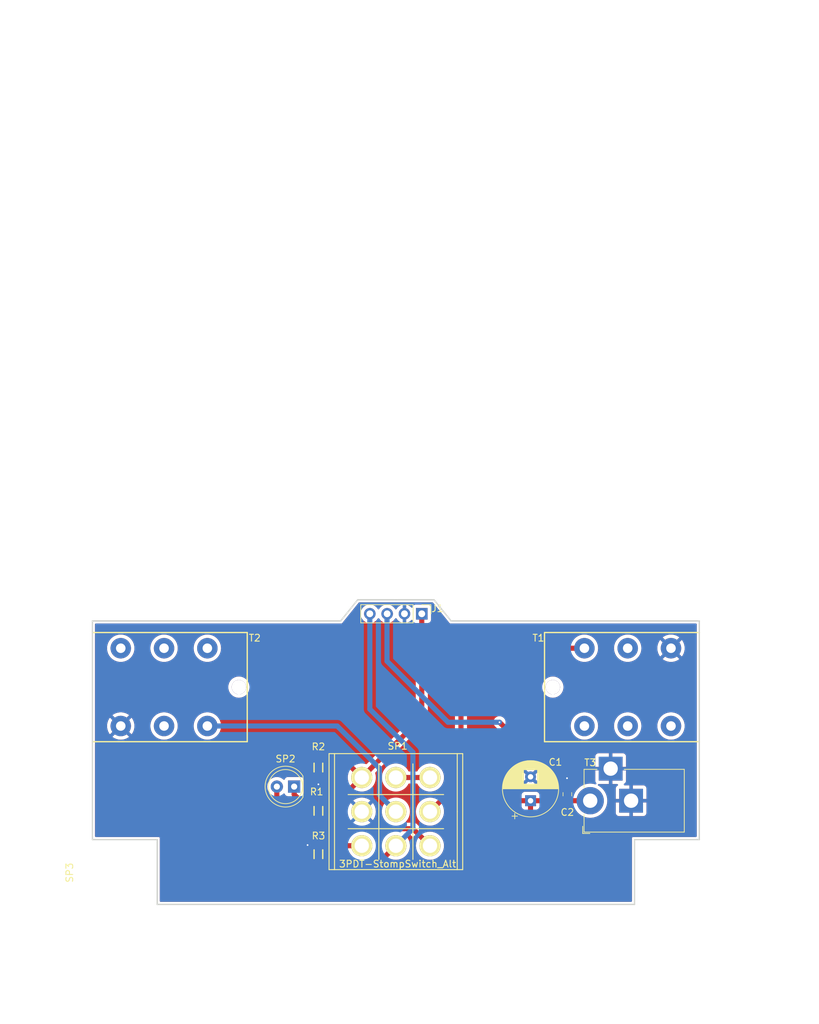
<source format=kicad_pcb>
(kicad_pcb (version 20221018) (generator pcbnew)
  (layers (0 "F.Cu" signal) (31 "B.Cu" signal) (34 "B.Paste" user) (35 "F.Paste" user) (36 "B.SilkS" user "B.Silkscreen") (37 "F.SilkS" user "F.Silkscreen") (38 "B.Mask" user) (39 "F.Mask" user) (44 "Edge.Cuts" user))
  (net 0 "")
  (net 1 "GND")
  (net 2 "+9V")
  (net 3 "Net-(R1-Pad2)")
  (net 4 "Net-(R1-Pad1)")
  (net 5 "Net-(T1-Pad5)")
  (net 6 "Net-(T1-Pad3)")
  (net 7 "Net-(T1-Pad2)")
  (net 8 "Net-(T1-Pad1)")
  (net 9 "Net-(T2-Pad5)")
  (net 10 "Net-(T2-Pad3)")
  (net 11 "Net-(T2-Pad2)")
  (net 12 "Net-(T2-Pad1)")
  (net 13 "/IN")
  (net 14 "/OUT")
  (net 15 "/Pedal_IN")
  (net 16 "/Pedal_OUT")
  (net 17 "/BYPASS")
  (footprint "AVR-KiCAD-Lib-Capacitors:C0805" (layer "F.Cu") (at 183.15 136.35 90)
    (fp_text reference "C2" (at -2.65 0 180) (layer "F.SilkS"))
    (fp_text value "CL21B104KCFNNNE" hide)
    (fp_line (start -0.254 -0.635) (end 0.254 -0.635) (stroke (width 0.1)) (layer "F.SilkS"))
    (fp_line (start -0.254 0.635) (end 0.254 0.635) (stroke (width 0.1)) (layer "F.SilkS"))
    (pad "1" smd roundrect (at -0.95 0 90) (size 1.321 1.524) (layers "F.Cu" "F.Paste" "F.Mask") (net 2 "+9V"))
    (pad "2" smd roundrect (at 0.95 0 90) (size 1.321 1.524) (layers "F.Cu" "F.Paste" "F.Mask") (net 1 "GND"))
  )
  (footprint "Connector_PinHeader_2.54mm:PinHeader_1x04_P2.54mm_Vertical" (layer "F.Cu") (at 161.8 109.9 -90)
    (fp_text reference "J1" (at -0.762 -2.286 180) (layer "F.SilkS"))
    (fp_text value "Conn_01x04_Female" hide)
    (fp_line (start -1.33 -1.33) (end 0 -1.33) (stroke (width 0.12)) (layer "F.SilkS"))
    (fp_line (start -1.33 0) (end -1.33 -1.33) (stroke (width 0.12)) (layer "F.SilkS"))
    (fp_line (start -1.33 1.27) (end -1.33 8.95) (stroke (width 0.12)) (layer "F.SilkS"))
    (fp_line (start -1.33 1.27) (end 1.33 1.27) (stroke (width 0.12)) (layer "F.SilkS"))
    (fp_line (start -1.33 8.95) (end 1.33 8.95) (stroke (width 0.12)) (layer "F.SilkS"))
    (fp_line (start 1.33 1.27) (end 1.33 8.95) (stroke (width 0.12)) (layer "F.SilkS"))
    (pad "1" thru_hole rect (at 0 0 270) (size 1.7 1.7) (drill 1) (layers "*.Cu" "*.Mask") (net 13 "/IN"))
    (pad "2" thru_hole oval (at 0 2.54 270) (size 1.7 1.7) (drill 1) (layers "*.Cu" "*.Mask") (net 1 "GND"))
    (pad "3" thru_hole oval (at 0 5.08 270) (size 1.7 1.7) (drill 1) (layers "*.Cu" "*.Mask") (net 2 "+9V"))
    (pad "4" thru_hole oval (at 0 7.62 270) (size 1.7 1.7) (drill 1) (layers "*.Cu" "*.Mask") (net 14 "/OUT"))
  )
  (footprint "AVR-KiCAD-Lib-Resistors:R1206" (layer "F.Cu") (at 146.638 138.788 90)
    (fp_text reference "R1" (at 2.794 -0.254) (layer "F.SilkS"))
    (fp_text value "RC1206FR-071KL" hide)
    (fp_line (start -0.635 -0.635) (end 0.635 -0.635) (stroke (width 0.2)) (layer "F.SilkS"))
    (fp_line (start 0.635 0.635) (end -0.635 0.635) (stroke (width 0.2)) (layer "F.SilkS"))
    (pad "1" smd roundrect (at -1.325 0 90) (size 1.1 2) (layers "F.Cu" "F.Paste" "F.Mask") (net 4 "Net-(R1-Pad1)"))
    (pad "2" smd roundrect (at 1.325 0 90) (size 1.1 2) (layers "F.Cu" "F.Paste" "F.Mask") (net 3 "Net-(R1-Pad2)"))
  )
  (footprint "AVR-KiCAD-Lib-Resistors:R1206" (layer "F.Cu") (at 146.638 132.438 -90)
    (fp_text reference "R2" (at -3.048 0 180) (layer "F.SilkS"))
    (fp_text value "RC1206FR-071ML" hide)
    (fp_line (start -0.635 -0.635) (end 0.635 -0.635) (stroke (width 0.2)) (layer "F.SilkS"))
    (fp_line (start 0.635 0.635) (end -0.635 0.635) (stroke (width 0.2)) (layer "F.SilkS"))
    (pad "1" smd roundrect (at -1.325 0 270) (size 1.1 2) (layers "F.Cu" "F.Paste" "F.Mask") (net 13 "/IN"))
    (pad "2" smd roundrect (at 1.325 0 270) (size 1.1 2) (layers "F.Cu" "F.Paste" "F.Mask") (net 1 "GND"))
  )
  (footprint "AVR-KiCAD-Lib-Resistors:R1206" (layer "F.Cu") (at 146.638 145.138 90)
    (fp_text reference "R3" (at 2.688 0.012) (layer "F.SilkS"))
    (fp_text value "RC1206FR-071ML" hide)
    (fp_line (start -0.635 -0.635) (end 0.635 -0.635) (stroke (width 0.2)) (layer "F.SilkS"))
    (fp_line (start 0.635 0.635) (end -0.635 0.635) (stroke (width 0.2)) (layer "F.SilkS"))
    (pad "1" smd roundrect (at -1.325 0 90) (size 1.1 2) (layers "F.Cu" "F.Paste" "F.Mask") (net 14 "/OUT"))
    (pad "2" smd roundrect (at 1.325 0 90) (size 1.1 2) (layers "F.Cu" "F.Paste" "F.Mask") (net 1 "GND"))
  )
  (footprint "AVR-KiCAD-Lib-Diodesl:LED_D5.0mm" (layer "F.Cu") (at 143.082 135.232 180)
    (fp_text reference "SP2" (at 1.27 4.064 180) (layer "F.SilkS"))
    (fp_text value "HLMP-4700-C0002" hide)
    (fp_line (start -1.29 -1.545) (end -1.29 1.545) (stroke (width 0.12)) (layer "F.SilkS"))
    (fp_arc (start -1.29 -1.54483) (mid 2.072002 -2.880433) (end 4.26 0.000462) (stroke (width 0.12)) (layer "F.SilkS"))
    (fp_arc (start 4.26 -0.000462) (mid 2.072002 2.880433) (end -1.29 1.54483) (stroke (width 0.12)) (layer "F.SilkS"))
    (fp_circle (center 1.27 0) (end 3.77 0) (stroke (width 0.12)) (fill none) (layer "F.SilkS"))
    (pad "1" thru_hole rect (at 0 0 180) (size 1.8 1.8) (drill 0.9) (layers "*.Cu" "*.Mask") (net 3 "Net-(R1-Pad2)"))
    (pad "2" thru_hole circle (at 2.54 0 180) (size 1.8 1.8) (drill 0.9) (layers "*.Cu" "*.Mask") (net 2 "+9V"))
  )
  (footprint "AVR-KiCAD-Lib-Connectors:ACJS-MHDR" (layer "F.Cu") (at 192 120.65)
    (fp_text reference "T1" (at -13.1 -7.2) (layer "F.SilkS"))
    (fp_text value "ACJS-MHDR")
    (fp_line (start -12.2 -8) (end 10.5 -8) (stroke (width 0.2)) (layer "F.SilkS"))
    (fp_line (start -12.2 8) (end -12.2 -8) (stroke (width 0.2)) (layer "F.SilkS"))
    (fp_line (start -12.2 8) (end 10.5 8) (stroke (width 0.2)) (layer "F.SilkS"))
    (pad "1" thru_hole circle locked (at 6.35 5.7) (size 3 3) (drill 1.4) (layers "*.Cu" "*.Mask") (net 8 "Net-(T1-Pad1)"))
    (pad "2" thru_hole circle locked (at 0 5.7) (size 3 3) (drill 1.4) (layers "*.Cu" "*.Mask") (net 7 "Net-(T1-Pad2)"))
    (pad "3" thru_hole circle locked (at -6.35 5.7) (size 3 3) (drill 1.4) (layers "*.Cu" "*.Mask") (net 6 "Net-(T1-Pad3)"))
    (pad "4" thru_hole circle locked (at 6.35 -5.7) (size 3 3) (drill 1.4) (layers "*.Cu" "*.Mask") (net 1 "GND"))
    (pad "5" thru_hole circle locked (at 0 -5.7) (size 3 3) (drill 1.4) (layers "*.Cu" "*.Mask") (net 5 "Net-(T1-Pad5)"))
    (pad "6" thru_hole circle locked (at -6.35 -5.7) (size 3 3) (drill 1.4) (layers "*.Cu" "*.Mask") (net 15 "/Pedal_IN"))
    (pad "7" thru_hole circle locked (at -10.98 0) (size 2.1 2.1) (drill 2.1) (layers "*.Cu" "*.Mask"))
  )
  (footprint "AVR-KiCAD-Lib-Connectors:ACJS-MHDR" (layer "F.Cu") (at 124 120.65 180)
    (fp_text reference "T2" (at -13.3 7.2 180) (layer "F.SilkS"))
    (fp_text value "ACJS-MHDR")
    (fp_line (start -12.2 -8) (end 10.5 -8) (stroke (width 0.2)) (layer "F.SilkS"))
    (fp_line (start -12.2 8) (end -12.2 -8) (stroke (width 0.2)) (layer "F.SilkS"))
    (fp_line (start -12.2 8) (end 10.5 8) (stroke (width 0.2)) (layer "F.SilkS"))
    (pad "1" thru_hole circle locked (at 6.35 5.7 180) (size 3 3) (drill 1.4) (layers "*.Cu" "*.Mask") (net 12 "Net-(T2-Pad1)"))
    (pad "2" thru_hole circle locked (at 0 5.7 180) (size 3 3) (drill 1.4) (layers "*.Cu" "*.Mask") (net 11 "Net-(T2-Pad2)"))
    (pad "3" thru_hole circle locked (at -6.35 5.7 180) (size 3 3) (drill 1.4) (layers "*.Cu" "*.Mask") (net 10 "Net-(T2-Pad3)"))
    (pad "4" thru_hole circle locked (at 6.35 -5.7 180) (size 3 3) (drill 1.4) (layers "*.Cu" "*.Mask") (net 1 "GND"))
    (pad "5" thru_hole circle locked (at 0 -5.7 180) (size 3 3) (drill 1.4) (layers "*.Cu" "*.Mask") (net 9 "Net-(T2-Pad5)"))
    (pad "6" thru_hole circle locked (at -6.35 -5.7 180) (size 3 3) (drill 1.4) (layers "*.Cu" "*.Mask") (net 16 "/Pedal_OUT"))
    (pad "7" thru_hole circle locked (at -10.98 0 180) (size 2.1 2.1) (drill 2.1) (layers "*.Cu" "*.Mask"))
  )
  (footprint "AVR-KiCAD-Lib-Special:Switches_Stomp_Switch_3PDT" (layer "F.Cu") (at 158 138.9)
    (fp_text reference "SP1" (at 0.254 -9.604) (layer "F.SilkS"))
    (fp_text value "3PDT-StompSwitch_Alt" (at 0.254 7.668) (layer "F.SilkS"))
    (fp_line (start -9.8 -8.5) (end -9 -8.5) (stroke (width 0.15)) (layer "F.SilkS"))
    (fp_line (start -9.8 8.5) (end -9.8 -8.5) (stroke (width 0.15)) (layer "F.SilkS"))
    (fp_line (start -9 -8.5) (end 9 -8.5) (stroke (width 0.15)) (layer "F.SilkS"))
    (fp_line (start -9 8.5) (end -9.8 8.5) (stroke (width 0.15)) (layer "F.SilkS"))
    (fp_line (start -9 8.5) (end -9 -8.5) (stroke (width 0.15)) (layer "F.SilkS"))
    (fp_line (start -9 8.5) (end 9 8.5) (stroke (width 0.15)) (layer "F.SilkS"))
    (fp_line (start -7 -2.5) (end 7 -2.5) (stroke (width 0.15)) (layer "F.SilkS"))
    (fp_line (start -2.5 -7) (end -2.5 7) (stroke (width 0.15)) (layer "F.SilkS"))
    (fp_line (start 2.5 7) (end 2.5 -7) (stroke (width 0.15)) (layer "F.SilkS"))
    (fp_line (start 7 2.5) (end -7 2.5) (stroke (width 0.15)) (layer "F.SilkS"))
    (fp_line (start 9 -8.5) (end 9 0) (stroke (width 0.15)) (layer "F.SilkS"))
    (fp_line (start 9 8.5) (end 9 0) (stroke (width 0.15)) (layer "F.SilkS"))
    (fp_line (start 9.8 -8.5) (end 9 -8.5) (stroke (width 0.15)) (layer "F.SilkS"))
    (fp_line (start 9.8 8.5) (end 9 8.5) (stroke (width 0.15)) (layer "F.SilkS"))
    (fp_line (start 9.8 8.5) (end 9.8 -8.5) (stroke (width 0.15)) (layer "F.SilkS"))
    (pad "1" thru_hole circle locked (at 5 -5) (size 3.1 3.1) (drill 2.1) (layers "*.Cu" "*.Mask" "F.SilkS") (net 17 "/BYPASS"))
    (pad "2" thru_hole circle locked (at 0 -5) (size 3.1 3.1) (drill 2.1) (layers "*.Cu" "*.Mask" "F.SilkS") (net 17 "/BYPASS"))
    (pad "3" thru_hole circle locked (at -5 -5) (size 3.1 3.1) (drill 2.1) (layers "*.Cu" "*.Mask" "F.SilkS") (net 13 "/IN"))
    (pad "4" thru_hole circle locked (at 5 0) (size 3.1 3.1) (drill 2.1) (layers "*.Cu" "*.Mask" "F.SilkS") (net 15 "/Pedal_IN"))
    (pad "5" thru_hole circle locked (at 0 0) (size 3.1 3.1) (drill 2.1) (layers "*.Cu" "*.Mask" "F.SilkS") (net 16 "/Pedal_OUT"))
    (pad "6" thru_hole circle locked (at -5 0) (size 3.1 3.1) (drill 2.1) (layers "*.Cu" "*.Mask" "F.SilkS") (net 1 "GND"))
    (pad "7" thru_hole circle locked (at 5 5) (size 3.1 3.1) (drill 2.1) (layers "*.Cu" "*.Mask" "F.SilkS") (net 13 "/IN"))
    (pad "8" thru_hole circle locked (at 0 5) (size 3.1 3.1) (drill 2.1) (layers "*.Cu" "*.Mask" "F.SilkS") (net 14 "/OUT"))
    (pad "9" thru_hole circle locked (at -5 5) (size 3.1 3.1) (drill 2.1) (layers "*.Cu" "*.Mask" "F.SilkS") (net 4 "Net-(R1-Pad1)"))
  )
  (footprint "AVR-KiCAD-Lib-Capacitors:CP_Radial_D8.0mm_P3.50mm" (layer "F.Cu") (at 177.75 137.3 90)
    (fp_text reference "C1" (at 5.65 3.65) (layer "F.SilkS"))
    (fp_text value "UFW1H101MPD" hide)
    (fp_line (start -2.659698 -2.315) (end -1.859698 -2.315) (stroke (width 0.12)) (layer "F.SilkS"))
    (fp_line (start -2.259698 -2.715) (end -2.259698 -1.915) (stroke (width 0.12)) (layer "F.SilkS"))
    (fp_line (start 1.75 -4.08) (end 1.75 4.08) (stroke (width 0.12)) (layer "F.SilkS"))
    (fp_line (start 1.79 -4.08) (end 1.79 4.08) (stroke (width 0.12)) (layer "F.SilkS"))
    (fp_line (start 1.83 -4.08) (end 1.83 4.08) (stroke (width 0.12)) (layer "F.SilkS"))
    (fp_line (start 1.87 -4.079) (end 1.87 4.079) (stroke (width 0.12)) (layer "F.SilkS"))
    (fp_line (start 1.91 -4.077) (end 1.91 4.077) (stroke (width 0.12)) (layer "F.SilkS"))
    (fp_line (start 1.95 -4.076) (end 1.95 4.076) (stroke (width 0.12)) (layer "F.SilkS"))
    (fp_line (start 1.99 -4.074) (end 1.99 4.074) (stroke (width 0.12)) (layer "F.SilkS"))
    (fp_line (start 2.03 -4.071) (end 2.03 4.071) (stroke (width 0.12)) (layer "F.SilkS"))
    (fp_line (start 2.07 -4.068) (end 2.07 4.068) (stroke (width 0.12)) (layer "F.SilkS"))
    (fp_line (start 2.11 -4.065) (end 2.11 4.065) (stroke (width 0.12)) (layer "F.SilkS"))
    (fp_line (start 2.15 -4.061) (end 2.15 4.061) (stroke (width 0.12)) (layer "F.SilkS"))
    (fp_line (start 2.19 -4.057) (end 2.19 4.057) (stroke (width 0.12)) (layer "F.SilkS"))
    (fp_line (start 2.23 -4.052) (end 2.23 4.052) (stroke (width 0.12)) (layer "F.SilkS"))
    (fp_line (start 2.27 -4.048) (end 2.27 4.048) (stroke (width 0.12)) (layer "F.SilkS"))
    (fp_line (start 2.31 -4.042) (end 2.31 4.042) (stroke (width 0.12)) (layer "F.SilkS"))
    (fp_line (start 2.35 -4.037) (end 2.35 4.037) (stroke (width 0.12)) (layer "F.SilkS"))
    (fp_line (start 2.39 -4.03) (end 2.39 4.03) (stroke (width 0.12)) (layer "F.SilkS"))
    (fp_line (start 2.43 -4.024) (end 2.43 4.024) (stroke (width 0.12)) (layer "F.SilkS"))
    (fp_line (start 2.471 -4.017) (end 2.471 -1.04) (stroke (width 0.12)) (layer "F.SilkS"))
    (fp_line (start 2.471 1.04) (end 2.471 4.017) (stroke (width 0.12)) (layer "F.SilkS"))
    (fp_line (start 2.511 -4.01) (end 2.511 -1.04) (stroke (width 0.12)) (layer "F.SilkS"))
    (fp_line (start 2.511 1.04) (end 2.511 4.01) (stroke (width 0.12)) (layer "F.SilkS"))
    (fp_line (start 2.551 -4.002) (end 2.551 -1.04) (stroke (width 0.12)) (layer "F.SilkS"))
    (fp_line (start 2.551 1.04) (end 2.551 4.002) (stroke (width 0.12)) (layer "F.SilkS"))
    (fp_line (start 2.591 -3.994) (end 2.591 -1.04) (stroke (width 0.12)) (layer "F.SilkS"))
    (fp_line (start 2.591 1.04) (end 2.591 3.994) (stroke (width 0.12)) (layer "F.SilkS"))
    (fp_line (start 2.631 -3.985) (end 2.631 -1.04) (stroke (width 0.12)) (layer "F.SilkS"))
    (fp_line (start 2.631 1.04) (end 2.631 3.985) (stroke (width 0.12)) (layer "F.SilkS"))
    (fp_line (start 2.671 -3.976) (end 2.671 -1.04) (stroke (width 0.12)) (layer "F.SilkS"))
    (fp_line (start 2.671 1.04) (end 2.671 3.976) (stroke (width 0.12)) (layer "F.SilkS"))
    (fp_line (start 2.711 -3.967) (end 2.711 -1.04) (stroke (width 0.12)) (layer "F.SilkS"))
    (fp_line (start 2.711 1.04) (end 2.711 3.967) (stroke (width 0.12)) (layer "F.SilkS"))
    (fp_line (start 2.751 -3.957) (end 2.751 -1.04) (stroke (width 0.12)) (layer "F.SilkS"))
    (fp_line (start 2.751 1.04) (end 2.751 3.957) (stroke (width 0.12)) (layer "F.SilkS"))
    (fp_line (start 2.791 -3.947) (end 2.791 -1.04) (stroke (width 0.12)) (layer "F.SilkS"))
    (fp_line (start 2.791 1.04) (end 2.791 3.947) (stroke (width 0.12)) (layer "F.SilkS"))
    (fp_line (start 2.831 -3.936) (end 2.831 -1.04) (stroke (width 0.12)) (layer "F.SilkS"))
    (fp_line (start 2.831 1.04) (end 2.831 3.936) (stroke (width 0.12)) (layer "F.SilkS"))
    (fp_line (start 2.871 -3.925) (end 2.871 -1.04) (stroke (width 0.12)) (layer "F.SilkS"))
    (fp_line (start 2.871 1.04) (end 2.871 3.925) (stroke (width 0.12)) (layer "F.SilkS"))
    (fp_line (start 2.911 -3.914) (end 2.911 -1.04) (stroke (width 0.12)) (layer "F.SilkS"))
    (fp_line (start 2.911 1.04) (end 2.911 3.914) (stroke (width 0.12)) (layer "F.SilkS"))
    (fp_line (start 2.951 -3.902) (end 2.951 -1.04) (stroke (width 0.12)) (layer "F.SilkS"))
    (fp_line (start 2.951 1.04) (end 2.951 3.902) (stroke (width 0.12)) (layer "F.SilkS"))
    (fp_line (start 2.991 -3.889) (end 2.991 -1.04) (stroke (width 0.12)) (layer "F.SilkS"))
    (fp_line (start 2.991 1.04) (end 2.991 3.889) (stroke (width 0.12)) (layer "F.SilkS"))
    (fp_line (start 3.031 -3.877) (end 3.031 -1.04) (stroke (width 0.12)) (layer "F.SilkS"))
    (fp_line (start 3.031 1.04) (end 3.031 3.877) (stroke (width 0.12)) (layer "F.SilkS"))
    (fp_line (start 3.071 -3.863) (end 3.071 -1.04) (stroke (width 0.12)) (layer "F.SilkS"))
    (fp_line (start 3.071 1.04) (end 3.071 3.863) (stroke (width 0.12)) (layer "F.SilkS"))
    (fp_line (start 3.111 -3.85) (end 3.111 -1.04) (stroke (width 0.12)) (layer "F.SilkS"))
    (fp_line (start 3.111 1.04) (end 3.111 3.85) (stroke (width 0.12)) (layer "F.SilkS"))
    (fp_line (start 3.151 -3.835) (end 3.151 -1.04) (stroke (width 0.12)) (layer "F.SilkS"))
    (fp_line (start 3.151 1.04) (end 3.151 3.835) (stroke (width 0.12)) (layer "F.SilkS"))
    (fp_line (start 3.191 -3.821) (end 3.191 -1.04) (stroke (width 0.12)) (layer "F.SilkS"))
    (fp_line (start 3.191 1.04) (end 3.191 3.821) (stroke (width 0.12)) (layer "F.SilkS"))
    (fp_line (start 3.231 -3.805) (end 3.231 -1.04) (stroke (width 0.12)) (layer "F.SilkS"))
    (fp_line (start 3.231 1.04) (end 3.231 3.805) (stroke (width 0.12)) (layer "F.SilkS"))
    (fp_line (start 3.271 -3.79) (end 3.271 -1.04) (stroke (width 0.12)) (layer "F.SilkS"))
    (fp_line (start 3.271 1.04) (end 3.271 3.79) (stroke (width 0.12)) (layer "F.SilkS"))
    (fp_line (start 3.311 -3.774) (end 3.311 -1.04) (stroke (width 0.12)) (layer "F.SilkS"))
    (fp_line (start 3.311 1.04) (end 3.311 3.774) (stroke (width 0.12)) (layer "F.SilkS"))
    (fp_line (start 3.351 -3.757) (end 3.351 -1.04) (stroke (width 0.12)) (layer "F.SilkS"))
    (fp_line (start 3.351 1.04) (end 3.351 3.757) (stroke (width 0.12)) (layer "F.SilkS"))
    (fp_line (start 3.391 -3.74) (end 3.391 -1.04) (stroke (width 0.12)) (layer "F.SilkS"))
    (fp_line (start 3.391 1.04) (end 3.391 3.74) (stroke (width 0.12)) (layer "F.SilkS"))
    (fp_line (start 3.431 -3.722) (end 3.431 -1.04) (stroke (width 0.12)) (layer "F.SilkS"))
    (fp_line (start 3.431 1.04) (end 3.431 3.722) (stroke (width 0.12)) (layer "F.SilkS"))
    (fp_line (start 3.471 -3.704) (end 3.471 -1.04) (stroke (width 0.12)) (layer "F.SilkS"))
    (fp_line (start 3.471 1.04) (end 3.471 3.704) (stroke (width 0.12)) (layer "F.SilkS"))
    (fp_line (start 3.511 -3.686) (end 3.511 -1.04) (stroke (width 0.12)) (layer "F.SilkS"))
    (fp_line (start 3.511 1.04) (end 3.511 3.686) (stroke (width 0.12)) (layer "F.SilkS"))
    (fp_line (start 3.551 -3.666) (end 3.551 -1.04) (stroke (width 0.12)) (layer "F.SilkS"))
    (fp_line (start 3.551 1.04) (end 3.551 3.666) (stroke (width 0.12)) (layer "F.SilkS"))
    (fp_line (start 3.591 -3.647) (end 3.591 -1.04) (stroke (width 0.12)) (layer "F.SilkS"))
    (fp_line (start 3.591 1.04) (end 3.591 3.647) (stroke (width 0.12)) (layer "F.SilkS"))
    (fp_line (start 3.631 -3.627) (end 3.631 -1.04) (stroke (width 0.12)) (layer "F.SilkS"))
    (fp_line (start 3.631 1.04) (end 3.631 3.627) (stroke (width 0.12)) (layer "F.SilkS"))
    (fp_line (start 3.671 -3.606) (end 3.671 -1.04) (stroke (width 0.12)) (layer "F.SilkS"))
    (fp_line (start 3.671 1.04) (end 3.671 3.606) (stroke (width 0.12)) (layer "F.SilkS"))
    (fp_line (start 3.711 -3.584) (end 3.711 -1.04) (stroke (width 0.12)) (layer "F.SilkS"))
    (fp_line (start 3.711 1.04) (end 3.711 3.584) (stroke (width 0.12)) (layer "F.SilkS"))
    (fp_line (start 3.751 -3.562) (end 3.751 -1.04) (stroke (width 0.12)) (layer "F.SilkS"))
    (fp_line (start 3.751 1.04) (end 3.751 3.562) (stroke (width 0.12)) (layer "F.SilkS"))
    (fp_line (start 3.791 -3.54) (end 3.791 -1.04) (stroke (width 0.12)) (layer "F.SilkS"))
    (fp_line (start 3.791 1.04) (end 3.791 3.54) (stroke (width 0.12)) (layer "F.SilkS"))
    (fp_line (start 3.831 -3.517) (end 3.831 -1.04) (stroke (width 0.12)) (layer "F.SilkS"))
    (fp_line (start 3.831 1.04) (end 3.831 3.517) (stroke (width 0.12)) (layer "F.SilkS"))
    (fp_line (start 3.871 -3.493) (end 3.871 -1.04) (stroke (width 0.12)) (layer "F.SilkS"))
    (fp_line (start 3.871 1.04) (end 3.871 3.493) (stroke (width 0.12)) (layer "F.SilkS"))
    (fp_line (start 3.911 -3.469) (end 3.911 -1.04) (stroke (width 0.12)) (layer "F.SilkS"))
    (fp_line (start 3.911 1.04) (end 3.911 3.469) (stroke (width 0.12)) (layer "F.SilkS"))
    (fp_line (start 3.951 -3.444) (end 3.951 -1.04) (stroke (width 0.12)) (layer "F.SilkS"))
    (fp_line (start 3.951 1.04) (end 3.951 3.444) (stroke (width 0.12)) (layer "F.SilkS"))
    (fp_line (start 3.991 -3.418) (end 3.991 -1.04) (stroke (width 0.12)) (layer "F.SilkS"))
    (fp_line (start 3.991 1.04) (end 3.991 3.418) (stroke (width 0.12)) (layer "F.SilkS"))
    (fp_line (start 4.031 -3.392) (end 4.031 -1.04) (stroke (width 0.12)) (layer "F.SilkS"))
    (fp_line (start 4.031 1.04) (end 4.031 3.392) (stroke (width 0.12)) (layer "F.SilkS"))
    (fp_line (start 4.071 -3.365) (end 4.071 -1.04) (stroke (width 0.12)) (layer "F.SilkS"))
    (fp_line (start 4.071 1.04) (end 4.071 3.365) (stroke (width 0.12)) (layer "F.SilkS"))
    (fp_line (start 4.111 -3.338) (end 4.111 -1.04) (stroke (width 0.12)) (layer "F.SilkS"))
    (fp_line (start 4.111 1.04) (end 4.111 3.338) (stroke (width 0.12)) (layer "F.SilkS"))
    (fp_line (start 4.151 -3.309) (end 4.151 -1.04) (stroke (width 0.12)) (layer "F.SilkS"))
    (fp_line (start 4.151 1.04) (end 4.151 3.309) (stroke (width 0.12)) (layer "F.SilkS"))
    (fp_line (start 4.191 -3.28) (end 4.191 -1.04) (stroke (width 0.12)) (layer "F.SilkS"))
    (fp_line (start 4.191 1.04) (end 4.191 3.28) (stroke (width 0.12)) (layer "F.SilkS"))
    (fp_line (start 4.231 -3.25) (end 4.231 -1.04) (stroke (width 0.12)) (layer "F.SilkS"))
    (fp_line (start 4.231 1.04) (end 4.231 3.25) (stroke (width 0.12)) (layer "F.SilkS"))
    (fp_line (start 4.271 -3.22) (end 4.271 -1.04) (stroke (width 0.12)) (layer "F.SilkS"))
    (fp_line (start 4.271 1.04) (end 4.271 3.22) (stroke (width 0.12)) (layer "F.SilkS"))
    (fp_line (start 4.311 -3.189) (end 4.311 -1.04) (stroke (width 0.12)) (layer "F.SilkS"))
    (fp_line (start 4.311 1.04) (end 4.311 3.189) (stroke (width 0.12)) (layer "F.SilkS"))
    (fp_line (start 4.351 -3.156) (end 4.351 -1.04) (stroke (width 0.12)) (layer "F.SilkS"))
    (fp_line (start 4.351 1.04) (end 4.351 3.156) (stroke (width 0.12)) (layer "F.SilkS"))
    (fp_line (start 4.391 -3.124) (end 4.391 -1.04) (stroke (width 0.12)) (layer "F.SilkS"))
    (fp_line (start 4.391 1.04) (end 4.391 3.124) (stroke (width 0.12)) (layer "F.SilkS"))
    (fp_line (start 4.431 -3.09) (end 4.431 -1.04) (stroke (width 0.12)) (layer "F.SilkS"))
    (fp_line (start 4.431 1.04) (end 4.431 3.09) (stroke (width 0.12)) (layer "F.SilkS"))
    (fp_line (start 4.471 -3.055) (end 4.471 -1.04) (stroke (width 0.12)) (layer "F.SilkS"))
    (fp_line (start 4.471 1.04) (end 4.471 3.055) (stroke (width 0.12)) (layer "F.SilkS"))
    (fp_line (start 4.511 -3.019) (end 4.511 -1.04) (stroke (width 0.12)) (layer "F.SilkS"))
    (fp_line (start 4.511 1.04) (end 4.511 3.019) (stroke (width 0.12)) (layer "F.SilkS"))
    (fp_line (start 4.551 -2.983) (end 4.551 2.983) (stroke (width 0.12)) (layer "F.SilkS"))
    (fp_line (start 4.591 -2.945) (end 4.591 2.945) (stroke (width 0.12)) (layer "F.SilkS"))
    (fp_line (start 4.631 -2.907) (end 4.631 2.907) (stroke (width 0.12)) (layer "F.SilkS"))
    (fp_line (start 4.671 -2.867) (end 4.671 2.867) (stroke (width 0.12)) (layer "F.SilkS"))
    (fp_line (start 4.711 -2.826) (end 4.711 2.826) (stroke (width 0.12)) (layer "F.SilkS"))
    (fp_line (start 4.751 -2.784) (end 4.751 2.784) (stroke (width 0.12)) (layer "F.SilkS"))
    (fp_line (start 4.791 -2.741) (end 4.791 2.741) (stroke (width 0.12)) (layer "F.SilkS"))
    (fp_line (start 4.831 -2.697) (end 4.831 2.697) (stroke (width 0.12)) (layer "F.SilkS"))
    (fp_line (start 4.871 -2.651) (end 4.871 2.651) (stroke (width 0.12)) (layer "F.SilkS"))
    (fp_line (start 4.911 -2.604) (end 4.911 2.604) (stroke (width 0.12)) (layer "F.SilkS"))
    (fp_line (start 4.951 -2.556) (end 4.951 2.556) (stroke (width 0.12)) (layer "F.SilkS"))
    (fp_line (start 4.991 -2.505) (end 4.991 2.505) (stroke (width 0.12)) (layer "F.SilkS"))
    (fp_line (start 5.031 -2.454) (end 5.031 2.454) (stroke (width 0.12)) (layer "F.SilkS"))
    (fp_line (start 5.071 -2.4) (end 5.071 2.4) (stroke (width 0.12)) (layer "F.SilkS"))
    (fp_line (start 5.111 -2.345) (end 5.111 2.345) (stroke (width 0.12)) (layer "F.SilkS"))
    (fp_line (start 5.151 -2.287) (end 5.151 2.287) (stroke (width 0.12)) (layer "F.SilkS"))
    (fp_line (start 5.191 -2.228) (end 5.191 2.228) (stroke (width 0.12)) (layer "F.SilkS"))
    (fp_line (start 5.231 -2.166) (end 5.231 2.166) (stroke (width 0.12)) (layer "F.SilkS"))
    (fp_line (start 5.271 -2.102) (end 5.271 2.102) (stroke (width 0.12)) (layer "F.SilkS"))
    (fp_line (start 5.311 -2.034) (end 5.311 2.034) (stroke (width 0.12)) (layer "F.SilkS"))
    (fp_line (start 5.351 -1.964) (end 5.351 1.964) (stroke (width 0.12)) (layer "F.SilkS"))
    (fp_line (start 5.391 -1.89) (end 5.391 1.89) (stroke (width 0.12)) (layer "F.SilkS"))
    (fp_line (start 5.431 -1.813) (end 5.431 1.813) (stroke (width 0.12)) (layer "F.SilkS"))
    (fp_line (start 5.471 -1.731) (end 5.471 1.731) (stroke (width 0.12)) (layer "F.SilkS"))
    (fp_line (start 5.511 -1.645) (end 5.511 1.645) (stroke (width 0.12)) (layer "F.SilkS"))
    (fp_line (start 5.551 -1.552) (end 5.551 1.552) (stroke (width 0.12)) (layer "F.SilkS"))
    (fp_line (start 5.591 -1.453) (end 5.591 1.453) (stroke (width 0.12)) (layer "F.SilkS"))
    (fp_line (start 5.631 -1.346) (end 5.631 1.346) (stroke (width 0.12)) (layer "F.SilkS"))
    (fp_line (start 5.671 -1.229) (end 5.671 1.229) (stroke (width 0.12)) (layer "F.SilkS"))
    (fp_line (start 5.711 -1.098) (end 5.711 1.098) (stroke (width 0.12)) (layer "F.SilkS"))
    (fp_line (start 5.751 -0.948) (end 5.751 0.948) (stroke (width 0.12)) (layer "F.SilkS"))
    (fp_line (start 5.791 -0.768) (end 5.791 0.768) (stroke (width 0.12)) (layer "F.SilkS"))
    (fp_line (start 5.831 -0.533) (end 5.831 0.533) (stroke (width 0.12)) (layer "F.SilkS"))
    (fp_circle (center 1.75 0) (end 5.87 0) (stroke (width 0.12)) (fill none) (layer "F.SilkS"))
    (pad "1" thru_hole rect (at 0 0 90) (size 1.6 1.6) (drill 0.8) (layers "*.Cu" "*.Mask") (net 2 "+9V"))
    (pad "2" thru_hole circle (at 3.5 0 90) (size 1.6 1.6) (drill 0.8) (layers "*.Cu" "*.Mask") (net 1 "GND"))
  )
  (footprint "AVR-KiCAD-Lib-Connectors:BarrelJack_Horizontal" (layer "F.Cu") (at 186.5 137.3 180)
    (fp_text reference "T3" (at 0 5.588 180) (layer "F.SilkS"))
    (fp_text value "54-00129")
    (fp_line (start -13.8 -4.6) (end 0.9 -4.6) (stroke (width 0.12)) (layer "F.SilkS"))
    (fp_line (start -13.8 4.6) (end -13.8 -4.6) (stroke (width 0.12)) (layer "F.SilkS"))
    (fp_line (start -5 4.6) (end -13.8 4.6) (stroke (width 0.12)) (layer "F.SilkS"))
    (fp_line (start 0.05 -4.8) (end 1.1 -4.8) (stroke (width 0.12)) (layer "F.SilkS"))
    (fp_line (start 0.9 -4.6) (end 0.9 -2) (stroke (width 0.12)) (layer "F.SilkS"))
    (fp_line (start 0.9 1.9) (end 0.9 4.6) (stroke (width 0.12)) (layer "F.SilkS"))
    (fp_line (start 0.9 4.6) (end -1 4.6) (stroke (width 0.12)) (layer "F.SilkS"))
    (fp_line (start 1.1 -3.75) (end 1.1 -4.8) (stroke (width 0.12)) (layer "F.SilkS"))
    (pad "1" thru_hole circle (at 0 0 180) (size 4 4) (drill 2.1) (layers "*.Cu" "*.Mask") (net 2 "+9V"))
    (pad "2" thru_hole rect (at -6 0 180) (size 3.5 3.5) (drill 2.1) (layers "*.Cu" "*.Mask") (net 1 "GND"))
    (pad "3" thru_hole rect (at -3 4.7 180) (size 3.5 3.5) (drill 2.1) (layers "*.Cu" "*.Mask") (net 1 "GND"))
  )
  (footprint "AVR-KiCAD-Lib-Special:1590BB" (layer "F.Cu") (at 200 150 90)
    (fp_text reference "SP3" (at 2.15 -89.85 90) (layer "F.SilkS"))
    (fp_text value "Hammond_1590BB")
  )
  (gr_line (start 149.9 110.95) (end 152.4 107.85) (stroke (width 0.2)) (layer "Edge.Cuts"))
  (gr_line (start 158 107.85) (end 152.4 107.85) (stroke (width 0.2)) (layer "Edge.Cuts"))
  (gr_line (start 113.5 143) (end 113.5 110.95) (stroke (width 0.2)) (layer "Edge.Cuts"))
  (gr_line (start 123 152.5) (end 123 143) (stroke (width 0.2)) (layer "Edge.Cuts"))
  (gr_line (start 123 152.5) (end 193 152.5) (stroke (width 0.2)) (layer "Edge.Cuts"))
  (gr_line (start 193 143) (end 202.5 143) (stroke (width 0.2)) (layer "Edge.Cuts"))
  (gr_line (start 202.5 143) (end 202.5 110.95) (stroke (width 0.2)) (layer "Edge.Cuts"))
  (gr_line (start 166.1 110.95) (end 202.5 110.95) (stroke (width 0.2)) (layer "Edge.Cuts"))
  (gr_line (start 193 152.5) (end 193 143) (stroke (width 0.2)) (layer "Edge.Cuts"))
  (gr_line (start 113.5 143) (end 123 143) (stroke (width 0.2)) (layer "Edge.Cuts"))
  (gr_line (start 158 107.85) (end 163.6 107.85) (stroke (width 0.2)) (layer "Edge.Cuts"))
  (gr_line (start 149.9 110.95) (end 113.5 110.95) (stroke (width 0.2)) (layer "Edge.Cuts"))
  (gr_line (start 163.6 107.85) (end 166.1 110.95) (stroke (width 0.2)) (layer "Edge.Cuts"))
  (segment (start 145.063 143.813) (end 145.05 143.8) (width 0.25) (layer "F.Cu") (net 1))
  (segment (start 146.638 143.813) (end 145.063 143.813) (width 0.75) (layer "F.Cu") (net 1))
  (segment (start 183.100002 134.000002) (end 183.100002 135.350002) (width 0.75) (layer "F.Cu") (net 1))
  (segment (start 146.638 134.9) (end 146.638 133.763) (width 0.75) (layer "F.Cu") (net 1))
  (segment (start 183.100002 135.350002) (end 183.15 135.4) (width 0.25) (layer "F.Cu") (net 1))
  (via (at 145.05 143.8) (size 0.635) (drill 0.254) (layers "F.Cu" "B.Cu") (net 1))
  (via (at 146.638 134.9) (size 0.635) (drill 0.254) (layers "F.Cu" "B.Cu") (net 1))
  (via (at 183.100002 134.000002) (size 0.635) (drill 0.254) (layers "F.Cu" "B.Cu") (net 1))
  (segment (start 174.85 127.45) (end 174.85 135.85) (width 0.75) (layer "F.Cu") (net 2))
  (segment (start 171.6 148.4) (end 144.1 148.4) (width 0.75) (layer "F.Cu") (net 2))
  (segment (start 182.288 137.3) (end 177.75 137.3) (width 0.75) (layer "F.Cu") (net 2))
  (segment (start 186.5 137.3) (end 183.15 137.3) (width 0.75) (layer "F.Cu") (net 2))
  (segment (start 144.1 148.4) (end 140.542 144.842) (width 0.75) (layer "F.Cu") (net 2))
  (segment (start 177.75 137.3) (end 177.75 142.25) (width 0.75) (layer "F.Cu") (net 2))
  (segment (start 140.542 144.842) (end 140.542 135.232) (width 0.75) (layer "F.Cu") (net 2))
  (segment (start 174.85 135.85) (end 176.3 137.3) (width 0.75) (layer "F.Cu") (net 2))
  (segment (start 173.2 125.8) (end 174.85 127.45) (width 0.75) (layer "F.Cu") (net 2))
  (segment (start 177.75 142.25) (end 171.6 148.4) (width 0.75) (layer "F.Cu") (net 2))
  (segment (start 176.3 137.3) (end 177.75 137.3) (width 0.75) (layer "F.Cu") (net 2))
  (via (at 173.2 125.8) (size 0.635) (drill 0.254) (layers "F.Cu" "B.Cu") (net 2))
  (segment (start 156.7 109.92) (end 156.7 116.85) (width 0.75) (layer "B.Cu") (net 2))
  (segment (start 156.7 116.85) (end 165.65 125.8) (width 0.75) (layer "B.Cu") (net 2))
  (segment (start 165.65 125.8) (end 173.2 125.8) (width 0.75) (layer "B.Cu") (net 2))
  (segment (start 156.72 109.9) (end 156.7 109.92) (width 0.75) (layer "B.Cu") (net 2))
  (segment (start 143.082 135.232) (end 143.082 136.382) (width 0.75) (layer "F.Cu") (net 3))
  (segment (start 144.163 137.463) (end 146.638 137.463) (width 0.75) (layer "F.Cu") (net 3))
  (segment (start 143.082 136.382) (end 144.163 137.463) (width 0.75) (layer "F.Cu") (net 3))
  (segment (start 149.25 141.05) (end 148.313 140.113) (width 0.75) (layer "F.Cu") (net 4))
  (segment (start 150.807969 143.9) (end 149.25 142.342031) (width 0.75) (layer "F.Cu") (net 4))
  (segment (start 153 143.9) (end 150.807969 143.9) (width 0.75) (layer "F.Cu") (net 4))
  (segment (start 147.987 140.113) (end 146.638 140.113) (width 0.75) (layer "F.Cu") (net 4))
  (segment (start 149.25 142.342031) (end 149.25 141.05) (width 0.75) (layer "F.Cu") (net 4))
  (segment (start 148.313 140.113) (end 147.987 140.113) (width 0.75) (layer "F.Cu") (net 4))
  (segment (start 150.213 131.113) (end 146.638 131.113) (width 0.75) (layer "F.Cu") (net 13))
  (segment (start 161.8 122.899998) (end 161.8 109.9) (width 0.75) (layer "F.Cu") (net 13))
  (segment (start 150.1 139.8) (end 150.1 136.8) (width 0.75) (layer "F.Cu") (net 13))
  (segment (start 150.1 136.8) (end 153 133.9) (width 0.75) (layer "F.Cu") (net 13))
  (segment (start 146.638 131.113) (end 146.625 131.1) (width 0.75) (layer "F.Cu") (net 13))
  (segment (start 163 143.9) (end 160.5 141.4) (width 0.75) (layer "F.Cu") (net 13))
  (segment (start 151.7 141.4) (end 150.1 139.8) (width 0.75) (layer "F.Cu") (net 13))
  (segment (start 161.8 125.1) (end 161.8 122.899998) (width 0.75) (layer "F.Cu") (net 13))
  (segment (start 160.5 141.4) (end 151.7 141.4) (width 0.75) (layer "F.Cu") (net 13))
  (segment (start 153 133.9) (end 161.8 125.1) (width 0.75) (layer "F.Cu") (net 13))
  (segment (start 153 133.9) (end 150.213 131.113) (width 0.75) (layer "F.Cu") (net 13))
  (segment (start 158 143.9) (end 155.437 146.463) (width 0.75) (layer "F.Cu") (net 14))
  (segment (start 155.437 146.463) (end 146.638 146.463) (width 0.75) (layer "F.Cu") (net 14))
  (segment (start 158 143.9) (end 160.5 141.4) (width 0.75) (layer "B.Cu") (net 14))
  (segment (start 160.5 141.4) (end 160.5 130.2) (width 0.75) (layer "B.Cu") (net 14))
  (segment (start 154.18 123.88) (end 154.18 109.9) (width 0.75) (layer "B.Cu") (net 14))
  (segment (start 160.5 130.2) (end 154.18 123.88) (width 0.75) (layer "B.Cu") (net 14))
  (segment (start 176.623799 114.95) (end 167.547589 124.02621) (width 0.75) (layer "F.Cu") (net 15))
  (segment (start 167.547589 124.02621) (end 167.547589 134.352411) (width 0.75) (layer "F.Cu") (net 15))
  (segment (start 167.547589 134.352411) (end 164.549999 137.350001) (width 0.75) (layer "F.Cu") (net 15))
  (segment (start 185.65 114.95) (end 176.623799 114.95) (width 0.75) (layer "F.Cu") (net 15))
  (segment (start 164.549999 137.350001) (end 163 138.9) (width 0.75) (layer "F.Cu") (net 15))
  (segment (start 149.4 126.35) (end 155.6 132.55) (width 0.75) (layer "B.Cu") (net 16))
  (segment (start 155.6 132.55) (end 155.6 136.5) (width 0.75) (layer "B.Cu") (net 16))
  (segment (start 130.35 126.35) (end 149.4 126.35) (width 0.75) (layer "B.Cu") (net 16))
  (segment (start 155.6 136.5) (end 158 138.9) (width 0.75) (layer "B.Cu") (net 16))
  (segment (start 163 133.9) (end 160.807969 133.9) (width 0.75) (layer "F.Cu") (net 17))
  (segment (start 160.807969 133.9) (end 158 133.9) (width 0.75) (layer "F.Cu") (net 17))
  (zone (net 1) (net_name "GND") (layer "F.Cu") (connect_pads (clearance 0.508)) (min_thickness 0.254) (fill yes (thermal_gap 0.508) (thermal_bridge_width 0.508))
    (polygon (pts (xy 193 152.5) (xy 123 152.5) (xy 123 143) (xy 113.5 143) (xy 113.5 111) (xy 113.5 110.95) (xy 149.9 110.95) (xy 152.4 107.85) (xy 163.6 107.85) (xy 166.1 110.95) (xy 202.5 110.95) (xy 202.5 143) (xy 193 143)))
  )
  (zone (net 1) (net_name "GND") (layer "B.Cu") (connect_pads (clearance 0.508)) (min_thickness 0.254) (fill yes (thermal_gap 0.508) (thermal_bridge_width 0.508))
    (polygon (pts (xy 193 152.5) (xy 123 152.5) (xy 123 143) (xy 113.5 143) (xy 113.5 110.95) (xy 149.9 110.95) (xy 152.4 107.85) (xy 163.6 107.85) (xy 166.1 110.95) (xy 202.5 110.95) (xy 202.5 143) (xy 193 143)))
  )
)
</source>
